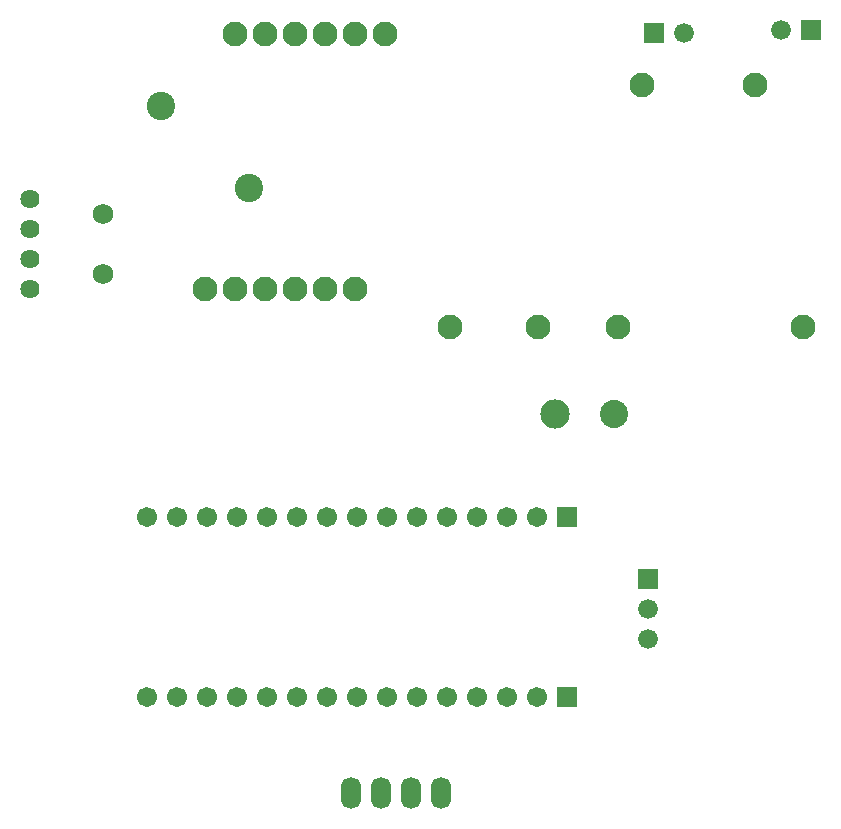
<source format=gbs>
G04 Layer: BottomSolderMaskLayer*
G04 EasyEDA v6.5.47, 2024-12-02 16:04:41*
G04 21ecff18f707448a99b4ba636b948567,dcd0ed1caef0489ea57f60499794c5f0,10*
G04 Gerber Generator version 0.2*
G04 Scale: 100 percent, Rotated: No, Reflected: No *
G04 Dimensions in inches *
G04 leading zeros omitted , absolute positions ,3 integer and 6 decimal *
%FSLAX36Y36*%
%MOIN*%

%AMMACRO1*4,1,8,-0.0318,-0.033,-0.033,-0.0318,-0.033,0.0318,-0.0318,0.033,0.0318,0.033,0.033,0.0318,0.033,-0.0318,0.0318,-0.033,-0.0318,-0.033,0*%
%AMMACRO2*4,1,8,-0.0323,-0.0335,-0.0335,-0.0323,-0.0335,0.0323,-0.0323,0.0335,0.0323,0.0335,0.0335,0.0323,0.0335,-0.0323,0.0323,-0.0335,-0.0323,-0.0335,0*%
%ADD10MACRO1*%
%ADD11C,0.0660*%
%ADD12C,0.0680*%
%ADD13C,0.0946*%
%ADD14C,0.0827*%
%ADD15MACRO2*%
%ADD16C,0.0670*%
%ADD17C,0.0640*%
%ADD18O,0.066992X0.10636200000000001*%
%ADD19C,0.0980*%
%ADD20C,0.0940*%

%LPD*%
D10*
G01*
X2985000Y2780000D03*
D11*
G01*
X2885000Y2780000D03*
D10*
G01*
X2460000Y2770000D03*
D11*
G01*
X2560000Y2770000D03*
D12*
G01*
X625000Y1965000D03*
G01*
X625000Y2165000D03*
D13*
G01*
X818729Y2526399D03*
G01*
X1111270Y2253600D03*
D14*
G01*
X1565000Y2765000D03*
G01*
X1465000Y2765000D03*
G01*
X1365000Y2765000D03*
G01*
X1265000Y2765000D03*
G01*
X1165000Y2765000D03*
G01*
X1065000Y2765000D03*
G01*
X1465000Y1915000D03*
G01*
X1365000Y1915000D03*
G01*
X1265000Y1915000D03*
G01*
X1165000Y1915000D03*
G01*
X1065000Y1915000D03*
G01*
X965000Y1915000D03*
D15*
G01*
X2170000Y1155000D03*
D16*
G01*
X2070000Y555000D03*
G01*
X1870000Y555000D03*
G01*
X1670000Y555000D03*
G01*
X1470000Y555000D03*
G01*
X1270000Y555000D03*
G01*
X1070000Y555000D03*
G01*
X870000Y555000D03*
G01*
X770000Y1155000D03*
G01*
X970000Y1155000D03*
G01*
X1170000Y1155000D03*
G01*
X1370000Y1155000D03*
G01*
X1570000Y1155000D03*
G01*
X1770000Y1155000D03*
G01*
X1970000Y1155000D03*
G01*
X2070000Y1155000D03*
G01*
X1870000Y1155000D03*
G01*
X1670000Y1155000D03*
G01*
X1470000Y1155000D03*
G01*
X1270000Y1155000D03*
G01*
X1070000Y1155000D03*
G01*
X870000Y1155000D03*
G01*
X770000Y555000D03*
G01*
X970000Y555000D03*
G01*
X1170000Y555000D03*
G01*
X1370000Y555000D03*
G01*
X1570000Y555000D03*
G01*
X1770000Y555000D03*
G01*
X1970000Y555000D03*
D15*
G01*
X2170000Y555000D03*
D17*
G01*
X379960Y1914609D03*
G01*
X379960Y2014609D03*
G01*
X379960Y2114609D03*
G01*
X379960Y2214609D03*
D18*
G01*
X1450000Y235000D03*
G01*
X1550000Y235000D03*
G01*
X1650000Y235000D03*
G01*
X1750000Y235000D03*
D19*
G01*
X2130000Y1500000D03*
D20*
G01*
X2328000Y1500000D03*
D14*
G01*
X2957759Y1789209D03*
G01*
X2339650Y1789209D03*
G01*
X2798310Y2596300D03*
G01*
X2075870Y1789209D03*
G01*
X1780590Y1789209D03*
G01*
X2420349Y2596300D03*
D10*
G01*
X2440000Y950000D03*
D11*
G01*
X2440000Y850000D03*
G01*
X2440000Y750000D03*
M02*

</source>
